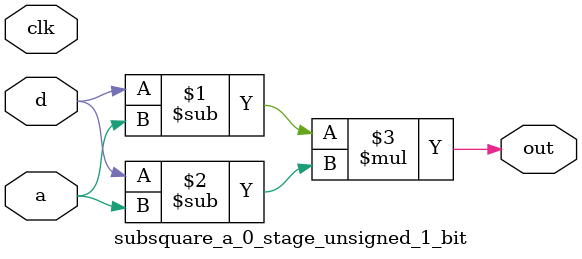
<source format=sv>
(* use_dsp = "yes" *) module subsquare_a_0_stage_unsigned_1_bit(
	input  [0:0] a,
	input  [0:0] d,
	output [0:0] out,
	input clk);

	assign out = (d - a) * (d - a);
endmodule

</source>
